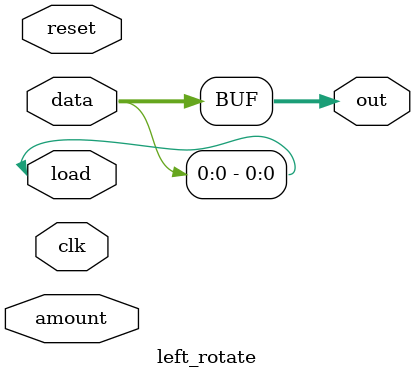
<source format=v>
module left_rotate(clk,reset,amount,data,load,out);
input clk,reset;
input [2:0] amount;
input [7:0] data;
input load;
output reg [7:0] out;
// when load is high, load data to out
// otherwise rotate the out register followed by left shift the out register by amount bits
assign load=out[7:0];
assign out[7:0]=out[7-amount:0];
assign out[7-amount:0]=data;
endmodule

</source>
